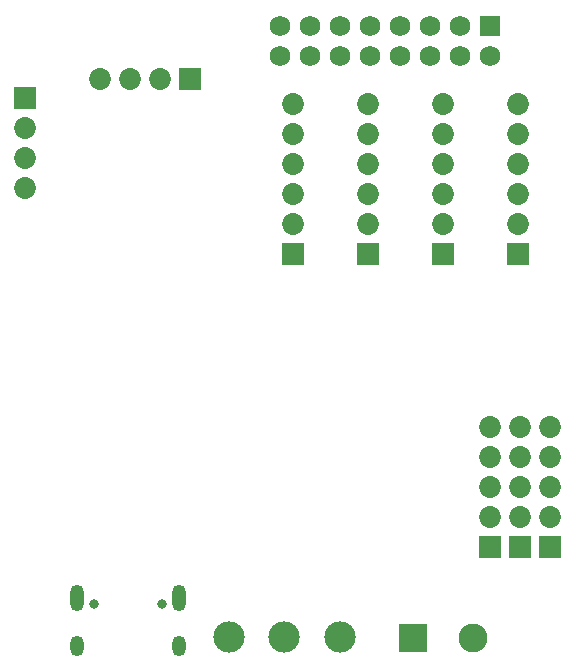
<source format=gbs>
G04*
G04 #@! TF.GenerationSoftware,Altium Limited,Altium Designer,21.5.1 (32)*
G04*
G04 Layer_Color=16711935*
%FSLAX25Y25*%
%MOIN*%
G70*
G04*
G04 #@! TF.SameCoordinates,F71DC00D-139D-4494-AD50-9C341566DFA8*
G04*
G04*
G04 #@! TF.FilePolarity,Negative*
G04*
G01*
G75*
%ADD78R,0.07293X0.07293*%
%ADD79C,0.07293*%
%ADD80O,0.04537X0.08868*%
%ADD81O,0.04537X0.06899*%
%ADD82C,0.03159*%
%ADD83C,0.00600*%
%ADD84C,0.10443*%
%ADD85C,0.09655*%
%ADD86R,0.09655X0.09655*%
%ADD87R,0.07293X0.07293*%
%ADD88C,0.06899*%
%ADD89R,0.06899X0.06899*%
D78*
X163500Y29591D02*
D03*
X153500D02*
D03*
X173500D02*
D03*
X-1500Y179091D02*
D03*
D79*
X163500Y39591D02*
D03*
Y49591D02*
D03*
Y59591D02*
D03*
Y69591D02*
D03*
X153500Y39591D02*
D03*
Y49591D02*
D03*
Y59591D02*
D03*
Y69591D02*
D03*
X173500D02*
D03*
Y59591D02*
D03*
Y49591D02*
D03*
Y39591D02*
D03*
X-1500Y169091D02*
D03*
Y159091D02*
D03*
Y149091D02*
D03*
X23500Y185591D02*
D03*
X33500D02*
D03*
X43500D02*
D03*
X163000Y177091D02*
D03*
Y137091D02*
D03*
Y147091D02*
D03*
Y157091D02*
D03*
Y167091D02*
D03*
X138000Y177091D02*
D03*
Y137091D02*
D03*
Y147091D02*
D03*
Y157091D02*
D03*
Y167091D02*
D03*
X113000Y177091D02*
D03*
Y137091D02*
D03*
Y147091D02*
D03*
Y157091D02*
D03*
Y167091D02*
D03*
X88000Y177091D02*
D03*
Y137091D02*
D03*
Y147091D02*
D03*
Y157091D02*
D03*
Y167091D02*
D03*
D80*
X15972Y12417D02*
D03*
X50027D02*
D03*
D81*
X15972Y-3331D02*
D03*
X50027D02*
D03*
D82*
X44378Y10449D02*
D03*
X21622D02*
D03*
D83*
X0Y0D02*
D03*
X167220D02*
D03*
X0Y198091D02*
D03*
X167220D02*
D03*
D84*
X66492Y-410D02*
D03*
X103500D02*
D03*
X84996D02*
D03*
D85*
X148000Y-909D02*
D03*
D86*
X128000D02*
D03*
D87*
X53500Y185591D02*
D03*
X163000Y127091D02*
D03*
X138000D02*
D03*
X113000D02*
D03*
X88000D02*
D03*
D88*
X153500Y193091D02*
D03*
X113500D02*
D03*
Y203091D02*
D03*
X103500D02*
D03*
X93500D02*
D03*
X83500D02*
D03*
X123500Y193091D02*
D03*
Y203091D02*
D03*
X133500D02*
D03*
Y193091D02*
D03*
X143500D02*
D03*
Y203091D02*
D03*
X103500Y193091D02*
D03*
X93500D02*
D03*
X83500D02*
D03*
D89*
X153500Y203091D02*
D03*
M02*

</source>
